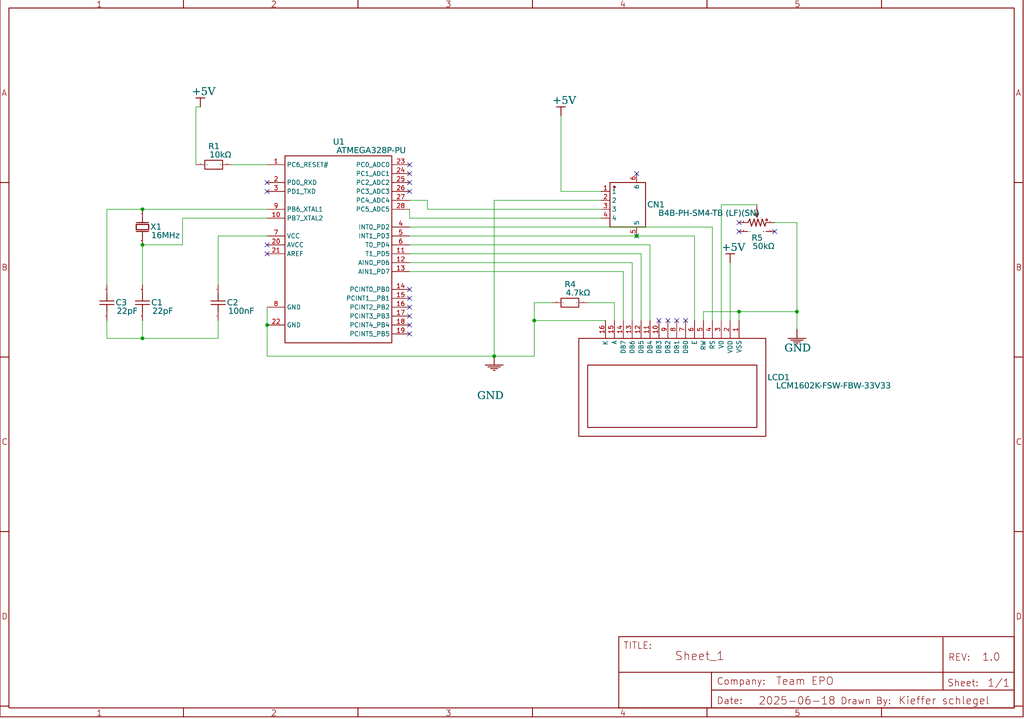
<source format=kicad_sch>
(kicad_sch (version 20250114) (generator "eeschema") (generator_version "9.0")
  (paper "User" 292.1 205.105)
  (lib_symbols
    (symbol "+5V" (power) (pin_numbers (hide yes)) (pin_names (hide yes))
      (property "Value" "+5V" (at 0 -3.81 0))
      (symbol "+5V_0_0"
        (polyline (pts (xy -1.27 -2.54) (xy 1.27 -2.54)) (stroke (width 0.254)))
        (polyline (pts (xy 0 0) (xy 0 -2.54)) (stroke (width 0.254)))
        (pin power_in line (at 0 0 270) (length 0) (name "+5V") (number "1"))
      )
    )
    (symbol "ATMEGA328P-PU"
      (property "Reference" "U1" (at -1.4986 31.4833 0))
      (property "Value" "ATMEGA328P-PU" (at -1.4986 29.1211 0))
      (symbol "ATMEGA328P-PU_0_0"
        (rectangle (start -15.24 26.67) (end 15.24 -26.67) (stroke (width 0.254)))
        (pin bidirectional line (at -20.32 24.13 0) (length 5.08) (name "PC6_RESET#") (number "1"))
        (pin bidirectional line (at -20.32 19.05 0) (length 5.08) (name "PD0_RXD") (number "2"))
        (pin bidirectional line (at -20.32 16.51 0) (length 5.08) (name "PD1_TXD") (number "3"))
        (pin bidirectional line (at -20.32 11.43 0) (length 5.08) (name "PB6_XTAL1") (number "9"))
        (pin bidirectional line (at -20.32 8.89 0) (length 5.08) (name "PB7_XTAL2") (number "10"))
        (pin passive line (at -20.32 3.81 0) (length 5.08) (name "VCC") (number "7"))
        (pin passive line (at -20.32 1.27 0) (length 5.08) (name "AVCC") (number "20"))
        (pin passive line (at -20.32 -1.27 0) (length 5.08) (name "AREF") (number "21"))
        (pin passive line (at -20.32 -16.51 0) (length 5.08) (name "GND") (number "8"))
        (pin passive line (at -20.32 -21.59 0) (length 5.08) (name "GND") (number "22"))
        (pin bidirectional line (at 20.32 24.13 180) (length 5.08) (name "PC0_ADC0") (number "23"))
        (pin bidirectional line (at 20.32 21.59 180) (length 5.08) (name "PC1_ADC1") (number "24"))
        (pin bidirectional line (at 20.32 19.05 180) (length 5.08) (name "PC2_ADC2") (number "25"))
        (pin bidirectional line (at 20.32 16.51 180) (length 5.08) (name "PC3_ADC3") (number "26"))
        (pin bidirectional line (at 20.32 13.97 180) (length 5.08) (name "PC4_ADC4") (number "27"))
        (pin bidirectional line (at 20.32 11.43 180) (length 5.08) (name "PC5_ADC5") (number "28"))
        (pin bidirectional line (at 20.32 6.35 180) (length 5.08) (name "INT0_PD2") (number "4"))
        (pin bidirectional line (at 20.32 3.81 180) (length 5.08) (name "INT1_PD3") (number "5"))
        (pin bidirectional line (at 20.32 1.27 180) (length 5.08) (name "T0_PD4") (number "6"))
        (pin bidirectional line (at 20.32 -1.27 180) (length 5.08) (name "T1_PD5") (number "11"))
        (pin bidirectional line (at 20.32 -3.81 180) (length 5.08) (name "AIN0_PD6") (number "12"))
        (pin bidirectional line (at 20.32 -6.35 180) (length 5.08) (name "AIN1_PD7") (number "13"))
        (pin bidirectional line (at 20.32 -11.43 180) (length 5.08) (name "PCINT0_PB0") (number "14"))
        (pin bidirectional line (at 20.32 -13.97 180) (length 5.08) (name "PCINT1__PB1") (number "15"))
        (pin bidirectional line (at 20.32 -16.51 180) (length 5.08) (name "PCINT2_PB2") (number "16"))
        (pin bidirectional line (at 20.32 -19.05 180) (length 5.08) (name "PCINT3_PB3") (number "17"))
        (pin bidirectional line (at 20.32 -21.59 180) (length 5.08) (name "PCINT4_PB4") (number "18"))
        (pin bidirectional line (at 20.32 -24.13 180) (length 5.08) (name "PCINT5_PB5") (number "19"))
      )
    )
    (symbol "B4B-PH-SM4-TB (LF)(SN)"
      (property "Reference" "CN1" (at 6.858 0.8763 0))
      (property "Value" "B4B-PH-SM4-TB (LF)(SN)" (at 6.858 -1.4859 0))
      (symbol "B4B-PH-SM4-TB (LF)(SN)_0_0"
        (rectangle (start -3.81 6.35) (end 6.35 -6.35) (stroke (width 0.254)))
        (circle (center -2.54 5.08) (radius 0.254) (stroke (width 0.254)) (fill (type outline)))
        (pin unspecified line (at -6.35 3.81 0) (length 2.54) (name "1") (number "1"))
        (pin unspecified line (at -6.35 1.27 0) (length 2.54) (name "2") (number "2"))
        (pin unspecified line (at -6.35 -1.27 0) (length 2.54) (name "3") (number "3"))
        (pin unspecified line (at -6.35 -3.81 0) (length 2.54) (name "4") (number "4"))
        (pin unspecified line (at 3.81 8.89 270) (length 2.54) (name "6") (number "6"))
        (pin unspecified line (at 3.81 -8.89 90) (length 2.54) (name "5") (number "5"))
      )
    )
    (symbol "GND" (power) (pin_numbers (hide yes)) (pin_names (hide yes))
      (property "Value" "GND" (at 0 -6.35 0))
      (symbol "GND_0_0"
        (polyline (pts (xy -2.54 -2.54) (xy 2.54 -2.54)) (stroke (width 0.254)))
        (polyline (pts (xy -1.778 -3.048) (xy 1.778 -3.048)) (stroke (width 0.254)))
        (polyline (pts (xy -1.016 -3.556) (xy 1.016 -3.556)) (stroke (width 0.254)))
        (polyline (pts (xy -0.254 -4.064) (xy 0.254 -4.064)) (stroke (width 0.254)))
        (polyline (pts (xy 0 0) (xy 0 -2.54)) (stroke (width 0.254)))
        (pin power_in line (at 0 0 270) (length 0) (name "GND") (number "1"))
      )
    )
    (symbol "LCM1602K-FSW-FBW-33V33"
      (property "Reference" "LCD1" (at 27.178 1.1303 0))
      (property "Value" "LCM1602K-FSW-FBW-33V33" (at 27.178 -1.1811 0))
      (symbol "LCM1602K-FSW-FBW-33V33_0_0"
        (rectangle (start -26.67 11.43) (end 26.67 -16.51) (stroke (width 0.254)))
        (rectangle (start -24.13 3.81) (end 24.13 -13.97) (stroke (width 0.254)))
        (pin unspecified line (at -19.05 16.51 270) (length 5.08) (name "K") (number "16"))
        (pin unspecified line (at -16.51 16.51 270) (length 5.08) (name "A") (number "15"))
        (pin unspecified line (at -13.97 16.51 270) (length 5.08) (name "DB7") (number "14"))
        (pin unspecified line (at -11.43 16.51 270) (length 5.08) (name "DB6") (number "13"))
        (pin unspecified line (at -8.89 16.51 270) (length 5.08) (name "DB5") (number "12"))
        (pin unspecified line (at -6.35 16.51 270) (length 5.08) (name "DB4") (number "11"))
        (pin unspecified line (at -3.81 16.51 270) (length 5.08) (name "DB3") (number "10"))
        (pin unspecified line (at -1.27 16.51 270) (length 5.08) (name "DB2") (number "9"))
        (pin unspecified line (at 1.27 16.51 270) (length 5.08) (name "DB1") (number "8"))
        (pin unspecified line (at 3.81 16.51 270) (length 5.08) (name "DB0") (number "7"))
        (pin unspecified line (at 6.35 16.51 270) (length 5.08) (name "E") (number "6"))
        (pin unspecified line (at 8.89 16.51 270) (length 5.08) (name "RW") (number "5"))
        (pin unspecified line (at 11.43 16.51 270) (length 5.08) (name "RS") (number "4"))
        (pin unspecified line (at 13.97 16.51 270) (length 5.08) (name "V0") (number "3"))
        (pin unspecified line (at 16.51 16.51 270) (length 5.08) (name "VDD") (number "2"))
        (pin unspecified line (at 19.05 16.51 270) (length 5.08) (name "VSS") (number "1"))
      )
    )
    (symbol "MBB02070C1002FCT00"
      (property "Reference" "R1" (at -1.4986 6.0833 0))
      (property "Value" "10kΩ" (at -1.4986 3.7211 0))
      (symbol "MBB02070C1002FCT00_0_0"
        (rectangle (start -2.54 1.27) (end 2.54 -1.27) (stroke (width 0.254)))
        (pin unspecified line (at -5.08 0 0) (length 2.54) (name "1") (number "1"))
        (pin unspecified line (at 5.08 0 180) (length 2.54) (name "2") (number "2"))
      )
    )
    (symbol "MBB02070C1002FCT00_1"
      (property "Reference" "R4" (at -1.4986 6.0833 0))
      (property "Value" "4.7kΩ" (at -1.4986 3.7211 0))
      (symbol "MBB02070C1002FCT00_1_0_0"
        (rectangle (start -2.54 1.27) (end 2.54 -1.27) (stroke (width 0.254)))
        (pin unspecified line (at -5.08 0 0) (length 2.54) (name "2") (number "2"))
        (pin unspecified line (at 5.08 0 180) (length 2.54) (name "1") (number "1"))
      )
    )
    (symbol "RK09L1140A5P"
      (property "Reference" "R5" (at -1.4986 -3.5179 0))
      (property "Value" "50kΩ" (at -1.4986 -5.8547 0))
      (symbol "RK09L1140A5P_0_0"
        (polyline (pts (xy -2.54 0) (xy -2.032 1.016)) (stroke (width 0.254)))
        (polyline (pts (xy -2.032 1.016) (xy -1.524 -1.016)) (stroke (width 0.254)))
        (polyline (pts (xy -1.524 -1.016) (xy -0.762 1.016)) (stroke (width 0.254)))
        (polyline (pts (xy -0.762 1.016) (xy -0.254 -1.016)) (stroke (width 0.254)))
        (polyline (pts (xy -0.508 2.54) (xy 0 1.524) (xy 0.508 2.54) (xy -0.508 2.54)) (stroke (width 0.254)))
        (polyline (pts (xy -0.254 -1.016) (xy 0.254 1.016)) (stroke (width 0.254)))
        (polyline (pts (xy 0 2.54) (xy 0 1.524)) (stroke (width 0.254)))
        (polyline (pts (xy 0.254 1.016) (xy 1.016 -1.016)) (stroke (width 0.254)))
        (polyline (pts (xy 1.016 -1.016) (xy 1.524 1.016)) (stroke (width 0.254)))
        (polyline (pts (xy 1.524 1.016) (xy 2.286 -1.016)) (stroke (width 0.254)))
        (polyline (pts (xy 2.286 -1.016) (xy 2.54 0)) (stroke (width 0.254)))
        (circle (center 2.794 0.762) (radius 0.254) (stroke (width 0.254)))
        (pin unspecified line (at -5.08 0 0) (length 2.54) (name "3") (number "3"))
        (pin unspecified line (at -5.08 -2.54 0) (length 2.54) (name "4") (number "4"))
        (pin unspecified line (at 0 5.08 270) (length 2.54) (name "2") (number "2"))
        (pin unspecified line (at 5.08 0 180) (length 2.54) (name "1") (number "1"))
        (pin unspecified line (at 5.08 -2.54 180) (length 2.54) (name "5") (number "5"))
      )
    )
    (symbol "Unknown_0_-806"
      (symbol "Unknown_0_-806_0_0"
        (rectangle (start 0 0) (end 291.846 -204.724) (stroke (width 0.254)))
        (rectangle (start 2.54 -2.54) (end 289.306 -202.184) (stroke (width 0.254)))
        (polyline (pts (xy 2.54 -52.324) (xy 0 -52.324)) (stroke (width 0.254)))
        (polyline (pts (xy 2.54 -102.108) (xy 0 -102.108)) (stroke (width 0.254)))
        (polyline (pts (xy 2.54 -151.892) (xy 0 -151.892)) (stroke (width 0.254)))
        (polyline (pts (xy 2.54 -201.676) (xy 0 -201.676)) (stroke (width 0.254)))
        (polyline (pts (xy 52.324 -2.54) (xy 52.324 0)) (stroke (width 0.254)))
        (polyline (pts (xy 52.324 -202.184) (xy 52.324 -204.724)) (stroke (width 0.254)))
        (polyline (pts (xy 102.108 -2.54) (xy 102.108 0)) (stroke (width 0.254)))
        (polyline (pts (xy 102.108 -202.184) (xy 102.108 -204.724)) (stroke (width 0.254)))
        (polyline (pts (xy 151.892 -2.54) (xy 151.892 0)) (stroke (width 0.254)))
        (polyline (pts (xy 151.892 -202.184) (xy 151.892 -204.724)) (stroke (width 0.254)))
        (rectangle (start 176.5046 -181.864) (end 289.2806 -202.184) (stroke (width 0.254)))
        (polyline (pts (xy 176.53 -192.024) (xy 289.052 -192.024)) (stroke (width 0.254)))
        (polyline (pts (xy 201.676 -2.54) (xy 201.676 0)) (stroke (width 0.254)))
        (polyline (pts (xy 201.676 -202.184) (xy 201.676 -204.724)) (stroke (width 0.254)))
        (polyline (pts (xy 202.946 -192.024) (xy 202.946 -202.184)) (stroke (width 0.254)))
        (polyline (pts (xy 202.946 -197.104) (xy 289.052 -197.104)) (stroke (width 0.254)))
        (polyline (pts (xy 251.46 -2.54) (xy 251.46 0)) (stroke (width 0.254)))
        (polyline (pts (xy 251.46 -202.184) (xy 251.46 -204.724)) (stroke (width 0.254)))
        (polyline (pts (xy 268.986 -182.118) (xy 268.986 -192.024)) (stroke (width 0.254)))
        (polyline (pts (xy 268.986 -192.024) (xy 268.986 -197.104)) (stroke (width 0.254)))
        (polyline (pts (xy 289.306 -52.324) (xy 291.846 -52.324)) (stroke (width 0.254)))
        (polyline (pts (xy 289.306 -102.108) (xy 291.846 -102.108)) (stroke (width 0.254)))
        (polyline (pts (xy 289.306 -151.892) (xy 291.846 -151.892)) (stroke (width 0.254)))
        (polyline (pts (xy 289.306 -201.676) (xy 291.846 -201.676)) (stroke (width 0.254)))
        (text "A" (at 0.381 -25.7429 0) (effects (font (size 1.6891 1.6891)) (justify left top)))
        (text "B" (at 0.381 -75.5269 0) (effects (font (size 1.6891 1.6891)) (justify left top)))
        (text "C" (at 0.381 -125.3109 0) (effects (font (size 1.6891 1.6891)) (justify left top)))
        (text "D" (at 0.381 -175.0949 0) (effects (font (size 1.6891 1.6891)) (justify left top)))
        (text "1" (at 27.432 -0.4699 0) (effects (font (size 1.6891 1.6891)) (justify left top)))
        (text "1" (at 27.432 -202.6539 0) (effects (font (size 1.6891 1.6891)) (justify left top)))
        (text "2" (at 77.216 -0.4699 0) (effects (font (size 1.6891 1.6891)) (justify left top)))
        (text "2" (at 77.216 -202.6539 0) (effects (font (size 1.6891 1.6891)) (justify left top)))
        (text "3" (at 127 -0.4699 0) (effects (font (size 1.6891 1.6891)) (justify left top)))
        (text "3" (at 127 -202.6539 0) (effects (font (size 1.6891 1.6891)) (justify left top)))
        (text "4" (at 176.784 -0.4699 0) (effects (font (size 1.6891 1.6891)) (justify left top)))
        (text "4" (at 176.784 -202.6539 0) (effects (font (size 1.6891 1.6891)) (justify left top)))
        (text "TITLE:" (at 177.7746 -183.2356 0) (effects (font (size 1.9304 1.9304)) (justify left top)))
        (text "Sheet_1" (at 192.4304 -185.928 0) (effects (font (size 2.413 2.413)) (justify left top)))
        (text "Company:" (at 204.3684 -193.4464 0) (effects (font (size 1.9304 1.9304)) (justify left top)))
        (text "Date:" (at 204.3684 -198.9836 0) (effects (font (size 1.9304 1.9304)) (justify left top)))
        (text "2025-06-18" (at 216.3064 -198.8439 0) (effects (font (size 2.1717 2.1717)) (justify left top)))
        (text "Team EPO" (at 221.2848 -193.2305 0) (effects (font (size 2.1717 2.1717)) (justify left top)))
        (text "5" (at 226.568 -0.4699 0) (effects (font (size 1.6891 1.6891)) (justify left top)))
        (text "5" (at 226.568 -202.6539 0) (effects (font (size 1.6891 1.6891)) (justify left top)))
        (text "Drawn By:" (at 239.6744 -199.0344 0) (effects (font (size 1.9304 1.9304)) (justify left top)))
        (text "Kieffer schlegel" (at 256.1844 -198.7931 0) (effects (font (size 2.1717 2.1717)) (justify left top)))
        (text "Sheet:" (at 270.1544 -193.9036 0) (effects (font (size 1.9304 1.9304)) (justify left top)))
        (text "REV:" (at 270.4084 -186.5884 0) (effects (font (size 1.9304 1.9304)) (justify left top)))
        (text "1.0" (at 280.0604 -186.3471 0) (effects (font (size 2.1717 2.1717)) (justify left top)))
        (text "1/1" (at 281.5844 -193.7639 0) (effects (font (size 2.1717 2.1717)) (justify left top)))
        (text "A" (at 289.687 -25.7429 0) (effects (font (size 1.6891 1.6891)) (justify left top)))
        (text "B" (at 289.687 -75.5269 0) (effects (font (size 1.6891 1.6891)) (justify left top)))
        (text "C" (at 289.687 -125.3109 0) (effects (font (size 1.6891 1.6891)) (justify left top)))
        (text "D" (at 289.687 -175.0949 0) (effects (font (size 1.6891 1.6891)) (justify left top)))
      )
    )
    (symbol "X49SD16MSD2SC"
      (property "Reference" "X1" (at 2.286 0.8763 0))
      (property "Value" "16MHz" (at 2.286 -1.4859 0))
      (symbol "X49SD16MSD2SC_0_0"
        (polyline (pts (xy -1.778 1.27) (xy 1.778 1.27)) (stroke (width 0.254)))
        (polyline (pts (xy -1.778 0.762) (xy 1.778 0.762) (xy 1.778 -0.762) (xy -1.778 -0.762)) (stroke (width 0.254)))
        (polyline (pts (xy -1.778 -0.762) (xy -1.778 0.762)) (stroke (width 0.254)))
        (polyline (pts (xy -1.778 -1.27) (xy 1.778 -1.27)) (stroke (width 0.254)))
        (polyline (pts (xy -1.016 1.27) (xy 1.016 1.27)) (stroke (width 0.254)))
        (polyline (pts (xy -1.016 -1.27) (xy 1.016 -1.27)) (stroke (width 0.254)))
        (polyline (pts (xy 0 2.54) (xy 0 1.524)) (stroke (width 0.254)))
        (polyline (pts (xy 0 -2.54) (xy 0 -1.524)) (stroke (width 0.254)))
        (polyline (pts (xy 1.778 -0.762) (xy -1.778 -0.762) (xy -1.778 0.762) (xy 1.778 0.762) (xy 1.778 -0.762)) (stroke (width 0.254)))
        (pin input line (at 0 5.08 270) (length 2.54) (name "OSC1") (number "1"))
        (pin input line (at 0 -5.08 90) (length 2.54) (name "OSC2") (number "2"))
      )
    )
    (symbol "Y5P102K2KV16CC0224"
      (property "Reference" "C3" (at 2.54 0.8763 0))
      (property "Value" "22pF" (at 2.54 -1.4859 0))
      (symbol "Y5P102K2KV16CC0224_0_0"
        (polyline (pts (xy -2.032 0.508) (xy 2.032 0.508)) (stroke (width 0.254)))
        (polyline (pts (xy 0 2.54) (xy 0 0.508)) (stroke (width 0.254)))
        (polyline (pts (xy 0 -0.508) (xy 0 -2.54)) (stroke (width 0.254)))
        (polyline (pts (xy 2.032 -0.508) (xy -2.032 -0.508)) (stroke (width 0.254)))
        (pin unspecified line (at 0 5.08 270) (length 2.54) (name "2") (number "2"))
        (pin unspecified line (at 0 -5.08 90) (length 2.54) (name "1") (number "1"))
      )
    )
    (symbol "Y5P102K2KV16CC0224_1"
      (property "Reference" "C2" (at 2.54 0.8763 0))
      (property "Value" "100nF" (at 2.54 -1.4859 0))
      (symbol "Y5P102K2KV16CC0224_1_0_0"
        (polyline (pts (xy -2.032 0.508) (xy 2.032 0.508)) (stroke (width 0.254)))
        (polyline (pts (xy 0 2.54) (xy 0 0.508)) (stroke (width 0.254)))
        (polyline (pts (xy 0 -0.508) (xy 0 -2.54)) (stroke (width 0.254)))
        (polyline (pts (xy 2.032 -0.508) (xy -2.032 -0.508)) (stroke (width 0.254)))
        (pin unspecified line (at 0 5.08 270) (length 2.54) (name "2") (number "2"))
        (pin unspecified line (at 0 -5.08 90) (length 2.54) (name "1") (number "1"))
      )
    )
    (symbol "Y5P102K2KV16CC0224_2"
      (property "Reference" "C1" (at 2.54 0.8763 0))
      (property "Value" "22pF" (at 2.54 -1.4859 0))
      (symbol "Y5P102K2KV16CC0224_2_0_0"
        (polyline (pts (xy -2.032 0.508) (xy 2.032 0.508)) (stroke (width 0.254)))
        (polyline (pts (xy 0 2.54) (xy 0 0.508)) (stroke (width 0.254)))
        (polyline (pts (xy 0 -0.508) (xy 0 -2.54)) (stroke (width 0.254)))
        (polyline (pts (xy 2.032 -0.508) (xy -2.032 -0.508)) (stroke (width 0.254)))
        (pin unspecified line (at 0 5.08 270) (length 2.54) (name "2") (number "2"))
        (pin unspecified line (at 0 -5.08 90) (length 2.54) (name "1") (number "1"))
      )
    )
  )
  (junction (at 40.64 59.69))
  (junction (at 210.82 88.9))
  (junction (at 76.2 92.71))
  (junction (at 181.61 67.31))
  (junction (at 140.97 101.6))
  (junction (at 40.64 69.85))
  (junction (at 227.33 88.9))
  (junction (at 152.4 91.44))
  (junction (at 40.64 96.52))
  (no_connect (at 210.82 63.5))
  (no_connect (at 116.84 52.07))
  (no_connect (at 76.2 54.61))
  (no_connect (at 116.84 82.55))
  (no_connect (at 116.84 85.09))
  (no_connect (at 116.84 46.99))
  (no_connect (at 76.2 52.07))
  (no_connect (at 116.84 54.61))
  (no_connect (at 116.84 49.53))
  (no_connect (at 76.2 72.39))
  (no_connect (at 193.04 91.44))
  (no_connect (at 210.82 66.04))
  (no_connect (at 190.5 91.44))
  (no_connect (at 116.84 87.63))
  (no_connect (at 195.58 91.44))
  (no_connect (at 181.61 67.31))
  (no_connect (at 181.61 49.53))
  (no_connect (at 116.84 92.71))
  (no_connect (at 116.84 90.17))
  (no_connect (at 220.98 66.04))
  (no_connect (at 116.84 95.25))
  (no_connect (at 187.96 91.44))
  (no_connect (at 76.2 69.85))
  (wire (pts (xy 177.8 77.47) (xy 177.8 91.44)))
  (wire (pts (xy 62.23 67.31) (xy 76.2 67.31)))
  (wire (pts (xy 200.66 91.44) (xy 200.66 88.9)))
  (wire (pts (xy 175.26 91.44) (xy 175.26 86.36)))
  (wire (pts (xy 152.4 101.6) (xy 140.97 101.6)))
  (wire (pts (xy 62.23 91.44) (xy 62.23 96.52)))
  (wire (pts (xy 198.12 67.31) (xy 181.61 67.31)))
  (wire (pts (xy 200.66 88.9) (xy 210.82 88.9)))
  (wire (pts (xy 182.88 72.39) (xy 182.88 91.44)))
  (wire (pts (xy 208.28 91.44) (xy 208.28 74.93)))
  (wire (pts (xy 205.74 91.44) (xy 205.74 58.42)))
  (wire (pts (xy 40.64 59.69) (xy 76.2 59.69)))
  (wire (pts (xy 185.42 69.85) (xy 185.42 91.44)))
  (wire (pts (xy 40.64 91.44) (xy 40.64 96.52)))
  (wire (pts (xy 152.4 86.36) (xy 152.4 91.44)))
  (wire (pts (xy 30.48 59.69) (xy 40.64 59.69)))
  (wire (pts (xy 121.92 57.15) (xy 121.92 59.69)))
  (wire (pts (xy 30.48 96.52) (xy 40.64 96.52)))
  (wire (pts (xy 40.64 81.28) (xy 40.64 69.85)))
  (wire (pts (xy 76.2 101.6) (xy 76.2 92.71)))
  (wire (pts (xy 172.72 91.44) (xy 152.4 91.44)))
  (wire (pts (xy 157.48 86.36) (xy 152.4 86.36)))
  (wire (pts (xy 205.74 58.42) (xy 215.9 58.42)))
  (wire (pts (xy 116.84 72.39) (xy 182.88 72.39)))
  (wire (pts (xy 140.97 57.15) (xy 140.97 101.6)))
  (wire (pts (xy 116.84 62.23) (xy 171.45 62.23)))
  (wire (pts (xy 152.4 91.44) (xy 152.4 101.6)))
  (wire (pts (xy 203.2 64.77) (xy 116.84 64.77)))
  (wire (pts (xy 203.2 91.44) (xy 203.2 64.77)))
  (wire (pts (xy 160.02 54.61) (xy 171.45 54.61)))
  (wire (pts (xy 116.84 59.69) (xy 116.84 62.23)))
  (wire (pts (xy 210.82 91.44) (xy 210.82 88.9)))
  (wire (pts (xy 198.12 91.44) (xy 198.12 67.31)))
  (wire (pts (xy 220.98 63.5) (xy 227.33 63.5)))
  (wire (pts (xy 175.26 86.36) (xy 167.64 86.36)))
  (wire (pts (xy 180.34 74.93) (xy 180.34 91.44)))
  (wire (pts (xy 227.33 88.9) (xy 227.33 93.98)))
  (wire (pts (xy 140.97 101.6) (xy 76.2 101.6)))
  (wire (pts (xy 171.45 57.15) (xy 140.97 57.15)))
  (wire (pts (xy 52.07 62.23) (xy 76.2 62.23)))
  (wire (pts (xy 121.92 59.69) (xy 171.45 59.69)))
  (wire (pts (xy 116.84 74.93) (xy 180.34 74.93)))
  (wire (pts (xy 116.84 77.47) (xy 177.8 77.47)))
  (wire (pts (xy 30.48 81.28) (xy 30.48 59.69)))
  (wire (pts (xy 52.07 69.85) (xy 52.07 62.23)))
  (wire (pts (xy 181.61 67.31) (xy 116.84 67.31)))
  (wire (pts (xy 76.2 46.99) (xy 66.04 46.99)))
  (wire (pts (xy 55.88 46.99) (xy 55.88 30.48)))
  (wire (pts (xy 210.82 88.9) (xy 227.33 88.9)))
  (wire (pts (xy 227.33 63.5) (xy 227.33 88.9)))
  (wire (pts (xy 55.88 30.48) (xy 57.15 30.48)))
  (wire (pts (xy 76.2 92.71) (xy 76.2 87.63)))
  (wire (pts (xy 40.64 69.85) (xy 52.07 69.85)))
  (wire (pts (xy 116.84 69.85) (xy 185.42 69.85)))
  (wire (pts (xy 62.23 96.52) (xy 40.64 96.52)))
  (wire (pts (xy 62.23 81.28) (xy 62.23 67.31)))
  (wire (pts (xy 116.84 57.15) (xy 121.92 57.15)))
  (wire (pts (xy 30.48 96.52) (xy 30.48 91.44)))
  (wire (pts (xy 160.02 33.02) (xy 160.02 54.61)))
  (symbol (lib_id "MBB02070C1002FCT00") (at 60.96 46.99 0) (unit 0)
    (property "Reference" "R1" (at 59.4614 40.9067 0) (effects (font (size 1.6891 1.6891)) (justify left top)))
    (property "Value" "10kΩ" (at 59.4614 43.2689 0) (effects (font (size 1.6891 1.6891)) (justify left top)))
    (property "Manufacturer Part" "MBB02070C1002FCT00" (effects (hide yes)))
    (property "Manufacturer" "VISHAY(威世)" (effects (hide yes)))
    (property "Supplier Part" "C1364513" (effects (hide yes)))
    (property "Supplier" "LCSC" (effects (hide yes)))
  )
  (symbol (lib_id "+5V") (at 57.15 30.48 0) (mirror x) (unit 0)
    (property "Reference" "#PWR?" (effects (hide yes)))
    (property "Value" "+5V" (at 54.61 27.432 0) (effects (font (size 2.1717 2.1717)) (justify left top)))
    (property "Description" "Power symbol creates a global label with name '+5V'" (effects (hide yes)))
  )
  (symbol (lib_id "MBB02070C1002FCT00_1") (at 162.56 86.36 0) (unit 0)
    (property "Reference" "R4" (at 161.0614 80.2767 0) (effects (font (size 1.6891 1.6891)) (justify left top)))
    (property "Value" "4.7kΩ" (at 161.0614 82.6389 0) (effects (font (size 1.6891 1.6891)) (justify left top)))
    (property "Manufacturer Part" "MBB02070C1002FCT00" (effects (hide yes)))
    (property "Manufacturer" "VISHAY(威世)" (effects (hide yes)))
    (property "Supplier Part" "C1364513" (effects (hide yes)))
    (property "Supplier" "LCSC" (effects (hide yes)))
  )
  (symbol (lib_id "+5V") (at 208.28 74.93 0) (mirror x) (unit 0)
    (property "Reference" "#PWR?" (effects (hide yes)))
    (property "Value" "+5V" (at 205.74 71.882 0) (effects (font (size 2.1717 2.1717)) (justify left top)))
    (property "Description" "Power symbol creates a global label with name '+5V'" (effects (hide yes)))
  )
  (symbol (lib_id "+5V") (at 160.02 33.02 0) (mirror x) (unit 0)
    (property "Reference" "#PWR?" (effects (hide yes)))
    (property "Value" "+5V" (at 157.48 29.972 0) (effects (font (size 2.1717 2.1717)) (justify left top)))
    (property "Description" "Power symbol creates a global label with name '+5V'" (effects (hide yes)))
  )
  (symbol (lib_id "LCM1602K-FSW-FBW-33V33") (at 191.77 107.95 0) (unit 0)
    (property "Reference" "LCD1" (at 218.948 106.8197 0) (effects (font (size 1.6891 1.6891)) (justify left top)))
    (property "Value" "LCM1602K-FSW-FBW-33V33" (at 218.948 109.1311 0) (effects (font (size 1.6891 1.6891)) (justify left top)))
    (property "Manufacturer Part" "LCM1602K-FSW-FBW-33V33" (effects (hide yes)))
    (property "Manufacturer" "LONTECH" (effects (hide yes)))
    (property "Supplier Part" "C83271" (effects (hide yes)))
    (property "Supplier" "LCSC" (effects (hide yes)))
  )
  (symbol (lib_id "GND") (at 140.97 101.6 0) (unit 0)
    (property "Reference" "#PWR?" (effects (hide yes)))
    (property "Value" "GND" (at 136.398 114.1476 0) (effects (font (size 2.1717 2.1717)) (justify left bottom)))
    (property "Description" "Power symbol creates a global label with name 'GND'" (effects (hide yes)))
  )
  (symbol (lib_id "Y5P102K2KV16CC0224") (at 30.48 86.36 0) (unit 0)
    (property "Reference" "C3" (at 33.02 85.4837 0) (effects (font (size 1.6891 1.6891)) (justify left top)))
    (property "Value" "22pF" (at 33.02 87.8459 0) (effects (font (size 1.6891 1.6891)) (justify left top)))
    (property "Manufacturer Part" "Y5P102K2KV16CC0224" (effects (hide yes)))
    (property "Manufacturer" "KNSCHA(科尼盛)" (effects (hide yes)))
    (property "Supplier Part" "C2887266" (effects (hide yes)))
    (property "Supplier" "LCSC" (effects (hide yes)))
  )
  (symbol (lib_id "ATMEGA328P-PU") (at 96.52 71.12 0) (unit 0)
    (property "Reference" "U1" (at 95.0214 39.6367 0) (effects (font (size 1.6891 1.6891)) (justify left top)))
    (property "Value" "ATMEGA328P-PU" (at 95.0214 41.9989 0) (effects (font (size 1.6891 1.6891)) (justify left top)))
    (property "Manufacturer Part" "ATMEGA328P-PU" (effects (hide yes)))
    (property "Manufacturer" "MICROCHIP(美国微芯)" (effects (hide yes)))
    (property "Supplier Part" "C33901" (effects (hide yes)))
    (property "Supplier" "LCSC" (effects (hide yes)))
  )
  (symbol (lib_id "Y5P102K2KV16CC0224_2") (at 40.64 86.36 0) (unit 0)
    (property "Reference" "C1" (at 43.18 85.4837 0) (effects (font (size 1.6891 1.6891)) (justify left top)))
    (property "Value" "22pF" (at 43.18 87.8459 0) (effects (font (size 1.6891 1.6891)) (justify left top)))
    (property "Manufacturer Part" "Y5P102K2KV16CC0224" (effects (hide yes)))
    (property "Manufacturer" "KNSCHA(科尼盛)" (effects (hide yes)))
    (property "Supplier Part" "C2887266" (effects (hide yes)))
    (property "Supplier" "LCSC" (effects (hide yes)))
  )
  (symbol (lib_id "GND") (at 227.33 93.98 0) (unit 0)
    (property "Reference" "#PWR?" (effects (hide yes)))
    (property "Value" "GND" (at 224.028 100.584 0) (effects (font (size 2.1717 2.1717)) (justify left bottom)))
    (property "Description" "Power symbol creates a global label with name 'GND'" (effects (hide yes)))
  )
  (symbol (lib_id "X49SD16MSD2SC") (at 40.64 64.77 0) (unit 0)
    (property "Reference" "X1" (at 42.926 63.8937 0) (effects (font (size 1.6891 1.6891)) (justify left top)))
    (property "Value" "16MHz" (at 42.926 66.2559 0) (effects (font (size 1.6891 1.6891)) (justify left top)))
    (property "Manufacturer Part" "X49SD16MSD2SC" (effects (hide yes)))
    (property "Manufacturer" "YXC(扬兴晶振)" (effects (hide yes)))
    (property "Supplier Part" "C16212" (effects (hide yes)))
    (property "Supplier" "LCSC" (effects (hide yes)))
  )
  (symbol (lib_id "Unknown_0_-806") (at 0 -0.254 0) (unit 0)
    (property "Reference" "A" (effects (hide yes)))
    (property "Value" "A" (effects (hide yes)))
    (property "Manufacturer Part" "?" (effects (hide yes)))
  )
  (symbol (lib_id "RK09L1140A5P") (at 215.9 63.5 0) (unit 0)
    (property "Reference" "R5" (at 214.4014 67.0179 0) (effects (font (size 1.6891 1.6891)) (justify left top)))
    (property "Value" "50kΩ" (at 214.4014 69.3547 0) (effects (font (size 1.6891 1.6891)) (justify left top)))
    (property "Manufacturer Part" "RK09L1140A5P" (effects (hide yes)))
    (property "Manufacturer" "ALPSALPINE(阿尔卑斯阿尔派)" (effects (hide yes)))
    (property "Supplier Part" "C231764" (effects (hide yes)))
    (property "Supplier" "LCSC" (effects (hide yes)))
  )
  (symbol (lib_id "Y5P102K2KV16CC0224_1") (at 62.23 86.36 0) (unit 0)
    (property "Reference" "C2" (at 64.77 85.4837 0) (effects (font (size 1.6891 1.6891)) (justify left top)))
    (property "Value" "100nF" (at 64.77 87.8459 0) (effects (font (size 1.6891 1.6891)) (justify left top)))
    (property "Manufacturer Part" "Y5P102K2KV16CC0224" (effects (hide yes)))
    (property "Manufacturer" "KNSCHA(科尼盛)" (effects (hide yes)))
    (property "Supplier Part" "C2887266" (effects (hide yes)))
    (property "Supplier" "LCSC" (effects (hide yes)))
  )
  (symbol (lib_id "B4B-PH-SM4-TB (LF)(SN)") (at 177.8 58.42 0) (unit 0)
    (property "Reference" "CN1" (at 184.658 57.5437 0) (effects (font (size 1.6891 1.6891)) (justify left top)))
    (property "Value" "B4B-PH-SM4-TB (LF)(SN)" (at 184.658 59.9059 0) (effects (font (size 1.6891 1.6891)) (justify left top)))
    (property "Manufacturer Part" "B4B-PH-SM4-TB(LF)(SN)" (effects (hide yes)))
    (property "Manufacturer" "JST" (effects (hide yes)))
    (property "Supplier Part" "C160354" (effects (hide yes)))
    (property "Supplier" "LCSC" (effects (hide yes)))
  )
)
</source>
